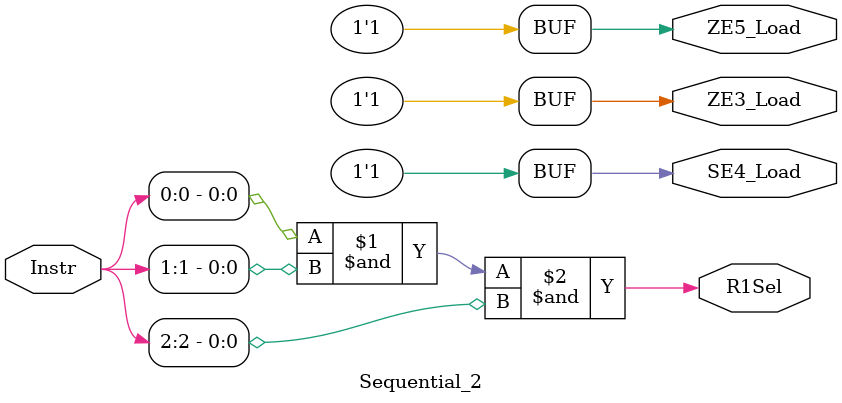
<source format=v>
module Sequential_2
(
	Instr,
	R1Sel,
	ZE5_Load,
	ZE3_Load,
	SE4_Load
);
	input	[3:0]Instr;
	output R1Sel;	
	output /*[4:0]*/ZE5_Load; 
	output /*[2:0]*/ZE3_Load;
	output /*[3:0]*/SE4_Load; 
	
	assign R1Sel = (Instr[0] & Instr[1] & Instr[2]); 
//	assign SE4_Load[0] = Instr[4];
//	assign SE4_Load[1] = Instr[5];
//	assign SE4_Load[2] = Instr[6];
//	assign SE4_Load[3] = Instr[7];
//	
//	assign ZE3_Load[0] = Instr[3];
//	assign ZE3_Load[1] = Instr[4];
//	assign ZE3_Load[2] = Instr[5];
//	
//	assign ZE5_Load[0] = Instr[3];
//	assign ZE5_Load[1] = Instr[4];
//	assign ZE5_Load[2] = Instr[5];
//	assign ZE5_Load[3] = Instr[6];
//	assign ZE5_Load[4] = Instr[7];
	assign	ZE5_Load = 1'b1;
	assign	SE4_Load = 1'b1;
	assign	ZE3_Load = 1'b1;

endmodule
</source>
